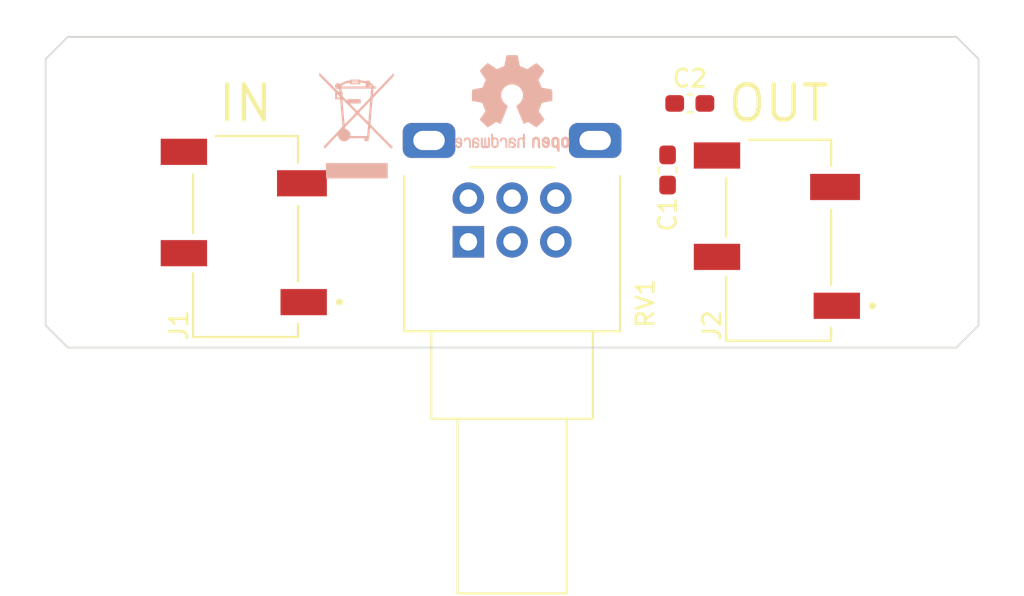
<source format=kicad_pcb>
(kicad_pcb (version 20221018) (generator pcbnew)
  (layers (0 "F.Cu" signal) (31 "B.Cu" signal) (34 "B.Paste" user) (35 "F.Paste" user) (36 "B.SilkS" user "B.Silkscreen") (37 "F.SilkS" user "F.Silkscreen") (38 "B.Mask" user) (39 "F.Mask" user) (44 "Edge.Cuts" user))
  (net 0 "")
  (net 1 "Net-(C1-Pad1)")
  (net 2 "Net-(C1-Pad2)")
  (net 3 "Net-(C2-Pad1)")
  (net 4 "Net-(C2-Pad2)")
  (net 5 "Net-(J1-Pad1)")
  (net 6 "Net-(J1-Pad2)")
  (net 7 "Net-(J1-Pad3)")
  (footprint "project_libraries:CUI_SJ2-35813B-SMT-TR" (layer "F.Cu") (at 118.11 119.59 90)
    (fp_text reference "J2" (at -4.87 -3.81 90) (layer "F.SilkS") (effects (font (size 1.000614 1.000614))))
    (fp_text value "OUT" (at 7.83 0 180) (layer "F.SilkS") (effects (font (size 2 2) (thickness 0.25))))
    (fp_line (start -5.75 -3) (end -2.1 -3) (stroke (width 0.127)) (layer "F.SilkS"))
    (fp_line (start -5.75 3) (end -5.75 -3) (stroke (width 0.127)) (layer "F.SilkS"))
    (fp_line (start -5 3) (end -5.75 3) (stroke (width 0.127)) (layer "F.SilkS"))
    (fp_line (start 0.2 -3) (end 3.55 -3) (stroke (width 0.127)) (layer "F.SilkS"))
    (fp_line (start 1.75 3) (end -2.55 3) (stroke (width 0.127)) (layer "F.SilkS"))
    (fp_line (start 5.75 -1.7) (end 5.75 3) (stroke (width 0.127)) (layer "F.SilkS"))
    (fp_line (start 5.75 3) (end 4.25 3) (stroke (width 0.127)) (layer "F.SilkS"))
    (fp_circle (center -3.75 5.369) (end -3.65 5.369) (stroke (width 0.2)) (fill none) (layer "F.SilkS"))
    (pad "" np_thru_hole circle (at -3.25 0 90) (size 1.5 1.5) (drill 1.5) (layers "*.Cu" "*.Mask"))
    (pad "" np_thru_hole circle (at 2.75 0 90) (size 1.5 1.5) (drill 1.5) (layers "*.Cu" "*.Mask"))
    (pad "1" smd rect (at -3.75 3.325 90) (size 1.5 2.65) (layers "F.Cu" "F.Paste" "F.Mask") (net 5 "Net-(J1-Pad1)"))
    (pad "2" smd rect (at 3.05 3.225 90) (size 1.5 2.85) (layers "F.Cu" "F.Paste" "F.Mask") (net 4 "Net-(C2-Pad2)"))
    (pad "3" smd rect (at -0.95 -3.525 90) (size 1.5 2.65) (layers "F.Cu" "F.Paste" "F.Mask") (net 1 "Net-(C1-Pad1)"))
    (pad "10" smd rect (at 4.85 -3.525 90) (size 1.5 2.65) (layers "F.Cu" "F.Paste" "F.Mask"))
  )
  (footprint "MountingHole:MountingHole_3.2mm_M3_DIN965" (layer "F.Cu") (at 78.74 123.19)
    (fp_text reference "H1")
    (fp_text value "MountingHole")
    (pad "" np_thru_hole circle (at 0 0) (size 3.2 3.2) (drill 3.2) (layers "F&B.Cu" "*.Mask"))
  )
  (footprint "Capacitor_SMD:C_0603_1608Metric_Pad1.08x0.95mm_HandSolder" (layer "F.Cu") (at 111.76 115.57 90)
    (fp_text reference "C1" (at -2.54 0 90) (layer "F.SilkS"))
    (fp_text value "C_Small")
    (fp_line (start -0.146267 -0.51) (end 0.146267 -0.51) (stroke (width 0.12)) (layer "F.SilkS"))
    (fp_line (start -0.146267 0.51) (end 0.146267 0.51) (stroke (width 0.12)) (layer "F.SilkS"))
    (pad "1" smd roundrect (at -0.8625 0 90) (size 1.075 0.95) (layers "F.Cu" "F.Paste" "F.Mask") (net 1 "Net-(C1-Pad1)"))
    (pad "2" smd roundrect (at 0.8625 0 90) (size 1.075 0.95) (layers "F.Cu" "F.Paste" "F.Mask") (net 2 "Net-(C1-Pad2)"))
  )
  (footprint "project_libraries:CUI_SJ2-35813B-SMT-TR" (layer "F.Cu") (at 87.63 119.38 90)
    (fp_text reference "J1" (at -5.08 -3.81 90) (layer "F.SilkS") (effects (font (size 1.000614 1.000614))))
    (fp_text value "IN" (at 7.62 0 180) (layer "F.SilkS") (effects (font (size 2 2) (thickness 0.25))))
    (fp_line (start -5.75 -3) (end -2.1 -3) (stroke (width 0.127)) (layer "F.SilkS"))
    (fp_line (start -5.75 3) (end -5.75 -3) (stroke (width 0.127)) (layer "F.SilkS"))
    (fp_line (start -5 3) (end -5.75 3) (stroke (width 0.127)) (layer "F.SilkS"))
    (fp_line (start 0.2 -3) (end 3.55 -3) (stroke (width 0.127)) (layer "F.SilkS"))
    (fp_line (start 1.75 3) (end -2.55 3) (stroke (width 0.127)) (layer "F.SilkS"))
    (fp_line (start 5.75 -1.7) (end 5.75 3) (stroke (width 0.127)) (layer "F.SilkS"))
    (fp_line (start 5.75 3) (end 4.25 3) (stroke (width 0.127)) (layer "F.SilkS"))
    (fp_circle (center -3.75 5.369) (end -3.65 5.369) (stroke (width 0.2)) (fill none) (layer "F.SilkS"))
    (pad "" np_thru_hole circle (at -3.25 0 90) (size 1.5 1.5) (drill 1.5) (layers "*.Cu" "*.Mask"))
    (pad "" np_thru_hole circle (at 2.75 0 90) (size 1.5 1.5) (drill 1.5) (layers "*.Cu" "*.Mask"))
    (pad "1" smd rect (at -3.75 3.325 90) (size 1.5 2.65) (layers "F.Cu" "F.Paste" "F.Mask") (net 5 "Net-(J1-Pad1)"))
    (pad "2" smd rect (at 3.05 3.225 90) (size 1.5 2.85) (layers "F.Cu" "F.Paste" "F.Mask") (net 6 "Net-(J1-Pad2)"))
    (pad "3" smd rect (at -0.95 -3.525 90) (size 1.5 2.65) (layers "F.Cu" "F.Paste" "F.Mask") (net 7 "Net-(J1-Pad3)"))
    (pad "10" smd rect (at 4.85 -3.525 90) (size 1.5 2.65) (layers "F.Cu" "F.Paste" "F.Mask"))
  )
  (footprint "Capacitor_SMD:C_0603_1608Metric_Pad1.08x0.95mm_HandSolder" (layer "F.Cu") (at 113.03 111.76)
    (fp_text reference "C2" (at 0 -1.43) (layer "F.SilkS"))
    (fp_text value "C_Small")
    (fp_line (start -0.146267 -0.51) (end 0.146267 -0.51) (stroke (width 0.12)) (layer "F.SilkS"))
    (fp_line (start -0.146267 0.51) (end 0.146267 0.51) (stroke (width 0.12)) (layer "F.SilkS"))
    (pad "1" smd roundrect (at -0.8625 0) (size 1.075 0.95) (layers "F.Cu" "F.Paste" "F.Mask") (net 3 "Net-(C2-Pad1)"))
    (pad "2" smd roundrect (at 0.8625 0) (size 1.075 0.95) (layers "F.Cu" "F.Paste" "F.Mask") (net 4 "Net-(C2-Pad2)"))
  )
  (footprint "Potentiometer_THT:Potentiometer_Alps_RK09L_Double_Horizontal" (layer "F.Cu") (at 100.37 119.68 90)
    (fp_text reference "RV1" (at -3.51 10.12 90) (layer "F.SilkS"))
    (fp_text value "R_Potentiometer_Dual")
    (fp_line (start -20.12 5.62) (end -20.12 -0.62) (stroke (width 0.12)) (layer "F.SilkS"))
    (fp_line (start -10.12 -0.62) (end -20.12 -0.62) (stroke (width 0.12)) (layer "F.SilkS"))
    (fp_line (start -10.12 5.62) (end -20.12 5.62) (stroke (width 0.12)) (layer "F.SilkS"))
    (fp_line (start -10.12 7.12) (end -10.12 -2.12) (stroke (width 0.12)) (layer "F.SilkS"))
    (fp_line (start -5.12 -2.12) (end -10.12 -2.12) (stroke (width 0.12)) (layer "F.SilkS"))
    (fp_line (start -5.12 7.12) (end -10.12 7.12) (stroke (width 0.12)) (layer "F.SilkS"))
    (fp_line (start -5.12 8.67) (end -5.12 -3.67) (stroke (width 0.12)) (layer "F.SilkS"))
    (fp_line (start 3.759 -3.67) (end -5.12 -3.67) (stroke (width 0.12)) (layer "F.SilkS"))
    (fp_line (start 3.759 8.67) (end -5.12 8.67) (stroke (width 0.12)) (layer "F.SilkS"))
    (fp_line (start 4.261 4.894) (end 4.261 0.105) (stroke (width 0.12)) (layer "F.SilkS"))
    (pad "1" thru_hole rect (at 0 0 270) (size 1.8 1.8) (drill 1) (layers "*.Cu" "*.Mask") (net 5 "Net-(J1-Pad1)"))
    (pad "2" thru_hole circle (at 0 2.5 270) (size 1.8 1.8) (drill 1) (layers "*.Cu" "*.Mask") (net 3 "Net-(C2-Pad1)"))
    (pad "3" thru_hole circle (at 0 5 270) (size 1.8 1.8) (drill 1) (layers "*.Cu" "*.Mask") (net 6 "Net-(J1-Pad2)"))
    (pad "4" thru_hole circle (at 2.5 0 270) (size 1.8 1.8) (drill 1) (layers "*.Cu" "*.Mask") (net 5 "Net-(J1-Pad1)"))
    (pad "5" thru_hole circle (at 2.5 2.5 270) (size 1.8 1.8) (drill 1) (layers "*.Cu" "*.Mask") (net 2 "Net-(C1-Pad2)"))
    (pad "6" thru_hole circle (at 2.5 5 270) (size 1.8 1.8) (drill 1) (layers "*.Cu" "*.Mask") (net 7 "Net-(J1-Pad3)"))
    (pad "MP" thru_hole roundrect (at 5.8 -2.25 270) (size 2 3) (drill oval 1.1 1.8) (layers "*.Cu" "*.Mask"))
    (pad "MP" thru_hole roundrect (at 5.8 7.25 270) (size 2 3) (drill oval 1.1 1.8) (layers "*.Cu" "*.Mask"))
  )
  (footprint "MountingHole:MountingHole_3.2mm_M3_DIN965" (layer "F.Cu") (at 127 123.19)
    (fp_text reference "H2")
    (fp_text value "MountingHole")
    (pad "" np_thru_hole circle (at 0 0) (size 3.2 3.2) (drill 3.2) (layers "*.Cu" "*.Mask"))
  )
  (footprint "MountingHole:MountingHole_3.2mm_M3_DIN965" (layer "F.Cu") (at 78.74 110.49)
    (fp_text reference "H3")
    (fp_text value "MountingHole")
    (pad "" np_thru_hole circle (at 0 0) (size 3.2 3.2) (drill 3.2) (layers "*.Cu" "*.Mask"))
  )
  (footprint "MountingHole:MountingHole_3.2mm_M3_DIN965" (layer "F.Cu") (at 127 110.49)
    (fp_text reference "H4")
    (fp_text value "MountingHole")
    (pad "" np_thru_hole circle (at 0 0) (size 3.2 3.2) (drill 3.2) (layers "*.Cu" "*.Mask"))
  )
  (footprint "Symbol:OSHW-Logo2_7.3x6mm_SilkScreen" (layer "B.Cu") (at 102.87 111.76 180)
    (fp_text reference "REF**" hide)
    (fp_text value "OSHW-Logo2_7.3x6mm_SilkScreen" hide)
    (fp_poly (pts (xy 2.6526 -1.958752) (xy 2.669948 -1.966334) (xy 2.711356 -1.999128) (xy 2.746765 -2.046547) (xy 2.768664 -2.097151) (xy 2.772229 -2.122098) (xy 2.760279 -2.156927) (xy 2.734067 -2.175357) (xy 2.705964 -2.186516) (xy 2.693095 -2.188572) (xy 2.686829 -2.173649) (xy 2.674456 -2.141175) (xy 2.669028 -2.126502) (xy 2.63859 -2.075744) (xy 2.59452 -2.050427) (xy 2.53801 -2.051206) (xy 2.533825 -2.052203) (xy 2.503655 -2.066507) (xy 2.481476 -2.094393) (xy 2.466327 -2.139287) (xy 2.45725 -2.204615) (xy 2.453286 -2.293804) (xy 2.452914 -2.341261) (xy 2.45273 -2.416071) (xy 2.451522 -2.467069) (xy 2.448309 -2.499471) (xy 2.442109 -2.518495) (xy 2.43194 -2.529356) (xy 2.416819 -2.537272) (xy 2.415946 -2.53767) (xy 2.386828 -2.549981) (xy 2.372403 -2.554514) (xy 2.370186 -2.540809) (xy 2.368289 -2.502925) (xy 2.366847 -2.445715) (xy 2.365998 -2.374027) (xy 2.365829 -2.321565) (xy 2.366692 -2.220047) (xy 2.37007 -2.143032) (xy 2.377142 -2.086023) (xy 2.389088 -2.044526) (xy 2.40709 -2.014043) (xy 2.432327 -1.99008) (xy 2.457247 -1.973355) (xy 2.517171 -1.951097) (xy 2.586911 -1.946076) (xy 2.6526 -1.958752)) (stroke (width 0.01)) (fill solid) (layer "B.SilkS"))
    (fp_poly (pts (xy -1.283907 -1.92778) (xy -1.237328 -1.954723) (xy -1.204943 -1.981466) (xy -1.181258 -2.009484) (xy -1.164941 -2.043748) (xy -1.154661 -2.089227) (xy -1.149086 -2.150892) (xy -1.146884 -2.233711) (xy -1.146629 -2.293246) (xy -1.146629 -2.512391) (xy -1.208314 -2.540044) (xy -1.27 -2.567697) (xy -1.277257 -2.32767) (xy -1.280256 -2.238028) (xy -1.283402 -2.172962) (xy -1.287299 -2.128026) (xy -1.292553 -2.09877) (xy -1.299769 -2.080748) (xy -1.30955 -2.069511) (xy -1.312688 -2.067079) (xy -1.360239 -2.048083) (xy -1.408303 -2.0556) (xy -1.436914 -2.075543) (xy -1.448553 -2.089675) (xy -1.456609 -2.10822) (xy -1.461729 -2.136334) (xy -1.464559 -2.179173) (xy -1.465744 -2.241895) (xy -1.465943 -2.307261) (xy -1.465982 -2.389268) (xy -1.467386 -2.447316) (xy -1.472086 -2.486465) (xy -1.482013 -2.51178) (xy -1.499097 -2.528323) (xy -1.525268 -2.541156) (xy -1.560225 -2.554491) (xy -1.598404 -2.569007) (xy -1.593859 -2.311389) (xy -1.592029 -2.218519) (xy -1.589888 -2.149889) (xy -1.586819 -2.100711) (xy -1.582206 -2.066198) (xy -1.575432 -2.041562) (xy -1.565881 -2.022016) (xy -1.554366 -2.00477) (xy -1.49881 -1.94968) (xy -1.43102 -1.917822) (xy -1.357287 -1.910191) (xy -1.283907 -1.92778)) (stroke (width 0.01)) (fill solid) (layer "B.SilkS"))
    (fp_poly (pts (xy 0.529926 -1.949755) (xy 0.595858 -1.974084) (xy 0.649273 -2.017117) (xy 0.670164 -2.047409) (xy 0.692939 -2.102994) (xy 0.692466 -2.143186) (xy 0.668562 -2.170217) (xy 0.659717 -2.174813) (xy 0.62153 -2.189144) (xy 0.602028 -2.185472) (xy 0.595422 -2.161407) (xy 0.595086 -2.148114) (xy 0.582992 -2.09921) (xy 0.551471 -2.064999) (xy 0.507659 -2.048476) (xy 0.458695 -2.052634) (xy 0.418894 -2.074227) (xy 0.40545 -2.086544) (xy 0.395921 -2.101487) (xy 0.389485 -2.124075) (xy 0.385317 -2.159328) (xy 0.382597 -2.212266) (xy 0.380502 -2.287907) (xy 0.37996 -2.311857) (xy 0.377981 -2.39379) (xy 0.375731 -2.451455) (xy 0.372357 -2.489608) (xy 0.367006 -2.513004) (xy 0.358824 -2.526398) (xy 0.346959 -2.534545) (xy 0.339362 -2.538144) (xy 0.307102 -2.550452) (xy 0.288111 -2.554514) (xy 0.281836 -2.540948) (xy 0.278006 -2.499934) (xy 0.2766 -2.430999) (xy 0.277598 -2.333669) (xy 0.277908 -2.318657) (xy 0.280101 -2.229859) (xy 0.282693 -2.165019) (xy 0.286382 -2.119067) (xy 0.291864 -2.086935) (xy 0.299835 -2.063553) (xy 0.310993 -2.043852) (xy 0.31683 -2.03541) (xy 0.350296 -1.998057) (xy 0.387727 -1.969003) (xy 0.392309 -1.966467) (xy 0.459426 -1.946443) (xy 0.529926 -1.949755)) (stroke (width 0.01)) (fill solid) (layer "B.SilkS"))
    (fp_poly (pts (xy -0.624114 -1.851289) (xy -0.619861 -1.910613) (xy -0.614975 -1.945572) (xy -0.608205 -1.96082) (xy -0.598298 -1.961015) (xy -0.595086 -1.959195) (xy -0.552356 -1.946015) (xy -0.496773 -1.946785) (xy -0.440263 -1.960333) (xy -0.404918 -1.977861) (xy -0.368679 -2.005861) (xy -0.342187 -2.037549) (xy -0.324001 -2.077813) (xy -0.312678 -2.131543) (xy -0.306778 -2.203626) (xy -0.304857 -2.298951) (xy -0.304823 -2.317237) (xy -0.3048 -2.522646) (xy -0.350509 -2.53858) (xy -0.382973 -2.54942) (xy -0.400785 -2.554468) (xy -0.401309 -2.554514) (xy -0.403063 -2.540828) (xy -0.404556 -2.503076) (xy -0.405674 -2.446224) (xy -0.406303 -2.375234) (xy -0.4064 -2.332073) (xy -0.406602 -2.246973) (xy -0.407642 -2.185981) (xy -0.410169 -2.144177) (xy -0.414836 -2.116642) (xy -0.422293 -2.098456) (xy -0.433189 -2.084698) (xy -0.439993 -2.078073) (xy -0.486728 -2.051375) (xy -0.537728 -2.049375) (xy -0.583999 -2.071955) (xy -0.592556 -2.080107) (xy -0.605107 -2.095436) (xy -0.613812 -2.113618) (xy -0.619369 -2.139909) (xy -0.622474 -2.179562) (xy -0.623824 -2.237832) (xy -0.624114 -2.318173) (xy -0.624114 -2.522646) (xy -0.669823 -2.53858) (xy -0.702287 -2.54942) (xy -0.720099 -2.554468) (xy -0.720623 -2.554514) (xy -0.721963 -2.540623) (xy -0.723172 -2.501439) (xy -0.724199 -2.4407) (xy -0.724998 -2.362141) (xy -0.725519 -2.269498) (xy -0.725714 -2.166509) (xy -0.725714 -1.769342) (xy -0.678543 -1.749444) (xy -0.631371 -1.729547) (xy -0.624114 -1.851289)) (stroke (width 0.01)) (fill solid) (layer "B.SilkS"))
    (fp_poly (pts (xy 1.779833 -1.958663) (xy 1.782048 -1.99685) (xy 1.783784 -2.054886) (xy 1.784899 -2.12818) (xy 1.785257 -2.205055) (xy 1.785257 -2.465196) (xy 1.739326 -2.511127) (xy 1.707675 -2.539429) (xy 1.67989 -2.550893) (xy 1.641915 -2.550168) (xy 1.62684 -2.548321) (xy 1.579726 -2.542948) (xy 1.540756 -2.539869) (xy 1.531257 -2.539585) (xy 1.499233 -2.541445) (xy 1.453432 -2.546114) (xy 1.435674 -2.548321) (xy 1.392057 -2.551735) (xy 1.362745 -2.54432) (xy 1.33368 -2.521427) (xy 1.323188 -2.511127) (xy 1.277257 -2.465196) (xy 1.277257 -1.978602) (xy 1.314226 -1.961758) (xy 1.346059 -1.949282) (xy 1.364683 -1.944914) (xy 1.369458 -1.958718) (xy 1.373921 -1.997286) (xy 1.377775 -2.056356) (xy 1.380722 -2.131663) (xy 1.382143 -2.195286) (xy 1.386114 -2.445657) (xy 1.420759 -2.450556) (xy 1.452268 -2.447131) (xy 1.467708 -2.436041) (xy 1.472023 -2.415308) (xy 1.475708 -2.371145) (xy 1.478469 -2.309146) (xy 1.480012 -2.234909) (xy 1.480235 -2.196706) (xy 1.480457 -1.976783) (xy 1.526166 -1.960849) (xy 1.558518 -1.950015) (xy 1.576115 -1.944962) (xy 1.576623 -1.944914) (xy 1.578388 -1.958648) (xy 1.580329 -1.99673) (xy 1.582282 -2.054482) (xy 1.584084 -2.127227) (xy 1.585343 -2.195286) (xy 1.589314 -2.445657) (xy 1.6764 -2.445657) (xy 1.680396 -2.21724) (xy 1.684392 -1.988822) (xy 1.726847 -1.966868) (xy 1.758192 -1.951793) (xy 1.776744 -1.944951) (xy 1.777279 -1.944914) (xy 1.779833 -1.958663)) (stroke (width 0.01)) (fill solid) (layer "B.SilkS"))
    (fp_poly (pts (xy -2.958885 -1.921962) (xy -2.890855 -1.957733) (xy -2.840649 -2.015301) (xy -2.822815 -2.052312) (xy -2.808937 -2.107882) (xy -2.801833 -2.178096) (xy -2.80116 -2.254727) (xy -2.806573 -2.329552) (xy -2.81773 -2.394342) (xy -2.834286 -2.440873) (xy -2.839374 -2.448887) (xy -2.899645 -2.508707) (xy -2.971231 -2.544535) (xy -3.048908 -2.55502) (xy -3.127452 -2.53881) (xy -3.149311 -2.529092) (xy -3.191878 -2.499143) (xy -3.229237 -2.459433) (xy -3.232768 -2.454397) (xy -3.247119 -2.430124) (xy -3.256606 -2.404178) (xy -3.26221 -2.370022) (xy -3.264914 -2.321119) (xy -3.265701 -2.250935) (xy -3.265714 -2.2352) (xy -3.265678 -2.230192) (xy -3.120571 -2.230192) (xy -3.119727 -2.29643) (xy -3.116404 -2.340386) (xy -3.109417 -2.368779) (xy -3.097584 -2.388325) (xy -3.091543 -2.394857) (xy -3.056814 -2.41968) (xy -3.023097 -2.418548) (xy -2.989005 -2.397016) (xy -2.968671 -2.374029) (xy -2.956629 -2.340478) (xy -2.949866 -2.287569) (xy -2.949402 -2.281399) (xy -2.948248 -2.185513) (xy -2.960312 -2.114299) (xy -2.98543 -2.068194) (xy -3.02344 -2.047635) (xy -3.037008 -2.046514) (xy -3.072636 -2.052152) (xy -3.097006 -2.071686) (xy -3.111907 -2.109042) (xy -3.119125 -2.16815) (xy -3.120571 -2.230192) (xy -3.265678 -2.230192) (xy -3.265174 -2.160413) (xy -3.262904 -2.108159) (xy -3.257932 -2.071949) (xy -3.249287 -2.045299) (xy -3.235995 -2.021722) (xy -3.233057 -2.017338) (xy -3.183687 -1.958249) (xy -3.129891 -1.923947) (xy -3.064398 -1.910331) (xy -3.042158 -1.909665) (xy -2.958885 -1.921962)) (stroke (width 0.01)) (fill solid) (layer "B.SilkS"))
    (fp_poly (pts (xy 3.153595 -1.966966) (xy 3.211021 -2.004497) (xy 3.238719 -2.038096) (xy 3.260662 -2.099064) (xy 3.262405 -2.147308) (xy 3.258457 -2.211816) (xy 3.109686 -2.276934) (xy 3.037349 -2.310202) (xy 2.990084 -2.336964) (xy 2.965507 -2.360144) (xy 2.961237 -2.382667) (xy 2.974889 -2.407455) (xy 2.989943 -2.423886) (xy 3.033746 -2.450235) (xy 3.081389 -2.452081) (xy 3.125145 -2.431546) (xy 3.157289 -2.390752) (xy 3.163038 -2.376347) (xy 3.190576 -2.331356) (xy 3.222258 -2.312182) (xy 3.265714 -2.295779) (xy 3.265714 -2.357966) (xy 3.261872 -2.400283) (xy 3.246823 -2.435969) (xy 3.21528 -2.476943) (xy 3.210592 -2.482267) (xy 3.175506 -2.51872) (xy 3.145347 -2.538283) (xy 3.107615 -2.547283) (xy 3.076335 -2.55023) (xy 3.020385 -2.550965) (xy 2.980555 -2.54166) (xy 2.955708 -2.527846) (xy 2.916656 -2.497467) (xy 2.889625 -2.464613) (xy 2.872517 -2.423294) (xy 2.863238 -2.367521) (xy 2.859693 -2.291305) (xy 2.85941 -2.252622) (xy 2.860372 -2.206247) (xy 2.948007 -2.206247) (xy 2.949023 -2.231126) (xy 2.951556 -2.2352) (xy 2.968274 -2.229665) (xy 3.004249 -2.215017) (xy 3.052331 -2.19419) (xy 3.062386 -2.189714) (xy 3.123152 -2.158814) (xy 3.156632 -2.131657) (xy 3.16399 -2.10622) (xy 3.146391 -2.080481) (xy 3.131856 -2.069109) (xy 3.07941 -2.046364) (xy 3.030322 -2.050122) (xy 2.989227 -2.077884) (xy 2.960758 -2.127152) (xy 2.951631 -2.166257) (xy 2.948007 -2.206247) (xy 2.860372 -2.206247) (xy 2.861285 -2.162249) (xy 2.868196 -2.095384) (xy 2.881884 -2.046695) (xy 2.904096 -2.010849) (xy 2.936574 -1.982513) (xy 2.950733 -1.973355) (xy 3.015053 -1.949507) (xy 3.085473 -1.948006) (xy 3.153595 -1.966966)) (stroke (width 0.01)) (fill solid) (layer "B.SilkS"))
    (fp_poly (pts (xy 1.190117 -2.065358) (xy 1.189933 -2.173837) (xy 1.189219 -2.257287) (xy 1.187675 -2.319704) (xy 1.185001 -2.365085) (xy 1.180894 -2.397429) (xy 1.175055 -2.420733) (xy 1.167182 -2.438995) (xy 1.161221 -2.449418) (xy 1.111855 -2.505945) (xy 1.049264 -2.541377) (xy 0.980013 -2.55409) (xy 0.910668 -2.542463) (xy 0.869375 -2.521568) (xy 0.826025 -2.485422) (xy 0.796481 -2.441276) (xy 0.778655 -2.383462) (xy 0.770463 -2.306313) (xy 0.769302 -2.249714) (xy 0.769458 -2.245647) (xy 0.870857 -2.245647) (xy 0.871476 -2.31055) (xy 0.874314 -2.353514) (xy 0.88084 -2.381622) (xy 0.892523 -2.401953) (xy 0.906483 -2.417288) (xy 0.953365 -2.44689) (xy 1.003701 -2.449419) (xy 1.051276 -2.424705) (xy 1.054979 -2.421356) (xy 1.070783 -2.403935) (xy 1.080693 -2.383209) (xy 1.086058 -2.352362) (xy 1.088228 -2.304577) (xy 1.088571 -2.251748) (xy 1.087827 -2.185381) (xy 1.084748 -2.141106) (xy 1.078061 -2.112009) (xy 1.066496 -2.091173) (xy 1.057013 -2.080107) (xy 1.01296 -2.052198) (xy 0.962224 -2.048843) (xy 0.913796 -2.070159) (xy 0.90445 -2.078073) (xy 0.88854 -2.095647) (xy 0.87861 -2.116587) (xy 0.873278 -2.147782) (xy 0.871163 -2.196122) (xy 0.870857 -2.245647) (xy 0.769458 -2.245647) (xy 0.77281 -2.158568) (xy 0.784726 -2.090086) (xy 0.807135 -2.0386) (xy 0.842124 -1.998443) (xy 0.869375 -1.977861) (xy 0.918907 -1.955625) (xy 0.976316 -1.945304) (xy 1.029682 -1.948067) (xy 1.059543 -1.959212) (xy 1.071261 -1.962383) (xy 1.079037 -1.950557) (xy 1.084465 -1.918866) (xy 1.088571 -1.870593) (xy 1.093067 -1.816829) (xy 1.099313 -1.784482) (xy 1.110676 -1.765985) (xy 1.130528 -1.75377) (xy 1.143 -1.748362) (xy 1.190171 -1.728601) (xy 1.190117 -2.065358)) (stroke (width 0.01)) (fill solid) (layer "B.SilkS"))
    (fp_poly (pts (xy -1.831697 -1.931239) (xy -1.774473 -1.969735) (xy -1.730251 -2.025335) (xy -1.703833 -2.096086) (xy -1.69849 -2.148162) (xy -1.699097 -2.169893) (xy -1.704178 -2.186531) (xy -1.718145 -2.201437) (xy -1.745411 -2.217973) (xy -1.790388 -2.239498) (xy -1.857489 -2.269374) (xy -1.857829 -2.269524) (xy -1.919593 -2.297813) (xy -1.970241 -2.322933) (xy -2.004596 -2.342179) (xy -2.017482 -2.352848) (xy -2.017486 -2.352934) (xy -2.006128 -2.376166) (xy -1.979569 -2.401774) (xy -1.949077 -2.420221) (xy -1.93363 -2.423886) (xy -1.891485 -2.411212) (xy -1.855192 -2.379471) (xy -1.837483 -2.344572) (xy -1.820448 -2.318845) (xy -1.787078 -2.289546) (xy -1.747851 -2.264235) (xy -1.713244 -2.250471) (xy -1.706007 -2.249714) (xy -1.697861 -2.26216) (xy -1.69737 -2.293972) (xy -1.703357 -2.336866) (xy -1.714643 -2.382558) (xy -1.73005 -2.422761) (xy -1.730829 -2.424322) (xy -1.777196 -2.489062) (xy -1.837289 -2.533097) (xy -1.905535 -2.554711) (xy -1.976362 -2.552185) (xy -2.044196 -2.523804) (xy -2.047212 -2.521808) (xy -2.100573 -2.473448) (xy -2.13566 -2.410352) (xy -2.155078 -2.327387) (xy -2.157684 -2.304078) (xy -2.162299 -2.194055) (xy -2.156767 -2.142748) (xy -2.017486 -2.142748) (xy -2.015676 -2.174753) (xy -2.005778 -2.184093) (xy -1.981102 -2.177105) (xy -1.942205 -2.160587) (xy -1.898725 -2.139881) (xy -1.897644 -2.139333) (xy -1.860791 -2.119949) (xy -1.846 -2.107013) (xy -1.849647 -2.093451) (xy -1.865005 -2.075632) (xy -1.904077 -2.049845) (xy -1.946154 -2.04795) (xy -1.983897 -2.066717) (xy -2.009966 -2.102915) (xy -2.017486 -2.142748) (xy -2.156767 -2.142748) (xy -2.152806 -2.106027) (xy -2.12845 -2.036212) (xy -2.094544 -1.987302) (xy -2.033347 -1.937878) (xy -1.965937 -1.913359) (xy -1.89712 -1.911797) (xy -1.831697 -1.931239)) (stroke (width 0.01)) (fill solid) (layer "B.SilkS"))
    (fp_poly (pts (xy 0.039744 -1.950968) (xy 0.096616 -1.972087) (xy 0.097267 -1.972493) (xy 0.13244 -1.99838) (xy 0.158407 -2.028633) (xy 0.17667 -2.068058) (xy 0.188732 -2.121462) (xy 0.196096 -2.193651) (xy 0.200264 -2.289432) (xy 0.200629 -2.303078) (xy 0.205876 -2.508842) (xy 0.161716 -2.531678) (xy 0.129763 -2.54711) (xy 0.11047 -2.554423) (xy 0.109578 -2.554514) (xy 0.106239 -2.541022) (xy 0.103587 -2.504626) (xy 0.101956 -2.451452) (xy 0.1016 -2.408393) (xy 0.101592 -2.338641) (xy 0.098403 -2.294837) (xy 0.087288 -2.273944) (xy 0.063501 -2.272925) (xy 0.022296 -2.288741) (xy -0.039914 -2.317815) (xy -0.085659 -2.341963) (xy -0.109187 -2.362913) (xy -0.116104 -2.385747) (xy -0.116114 -2.386877) (xy -0.104701 -2.426212) (xy -0.070908 -2.447462) (xy -0.019191 -2.450539) (xy 0.018061 -2.450006) (xy 0.037703 -2.460735) (xy 0.049952 -2.486505) (xy 0.057002 -2.519337) (xy 0.046842 -2.537966) (xy 0.043017 -2.540632) (xy 0.007001 -2.55134) (xy -0.043434 -2.552856) (xy -0.095374 -2.545759) (xy -0.132178 -2.532788) (xy -0.183062 -2.489585) (xy -0.211986 -2.429446) (xy -0.217714 -2.382462) (xy -0.213343 -2.340082) (xy -0.197525 -2.305488) (xy -0.166203 -2.274763) (xy -0.115322 -2.24399) (xy -0.040824 -2.209252) (xy -0.036286 -2.207288) (xy 0.030821 -2.176287) (xy 0.072232 -2.150862) (xy 0.089981 -2.128014) (xy 0.086107 -2.104745) (xy 0.062643 -2.078056) (xy 0.055627 -2.071914) (xy 0.00863 -2.0481) (xy -0.040067 -2.049103) (xy -0.082478 -2.072451) (xy -0.110616 -2.115675) (xy -0.113231 -2.12416) (xy -0.138692 -2.165308) (xy -0.170999 -2.185128) (xy -0.217714 -2.20477) (xy -0.217714 -2.15395) (xy -0.203504 -2.080082) (xy -0.161325 -2.012327) (xy -0.139376 -1.989661) (xy -0.089483 -1.960569) (xy -0.026033 -1.9474) (xy 0.039744 -1.950968)) (stroke (width 0.01)) (fill solid) (layer "B.SilkS"))
    (fp_poly (pts (xy -2.400256 -1.919918) (xy -2.344799 -1.947568) (xy -2.295852 -1.99848) (xy -2.282371 -2.017338) (xy -2.267686 -2.042015) (xy -2.258158 -2.068816) (xy -2.252707 -2.104587) (xy -2.250253 -2.156169) (xy -2.249714 -2.224267) (xy -2.252148 -2.317588) (xy -2.260606 -2.387657) (xy -2.276826 -2.439931) (xy -2.302546 -2.479869) (xy -2.339503 -2.512929) (xy -2.342218 -2.514886) (xy -2.37864 -2.534908) (xy -2.422498 -2.544815) (xy -2.478276 -2.547257) (xy -2.568952 -2.547257) (xy -2.56899 -2.635283) (xy -2.569834 -2.684308) (xy -2.574976 -2.713065) (xy -2.588413 -2.730311) (xy -2.614142 -2.744808) (xy -2.620321 -2.747769) (xy -2.649236 -2.761648) (xy -2.671624 -2.770414) (xy -2.688271 -2.771171) (xy -2.699964 -2.761023) (xy -2.70749 -2.737073) (xy -2.711634 -2.696426) (xy -2.713185 -2.636186) (xy -2.712929 -2.553455) (xy -2.711651 -2.445339) (xy -2.711252 -2.413) (xy -2.709815 -2.301524) (xy -2.708528 -2.228603) (xy -2.569029 -2.228603) (xy -2.568245 -2.290499) (xy -2.56476 -2.330997) (xy -2.556876 -2.357708) (xy -2.542895 -2.378244) (xy -2.533403 -2.38826) (xy -2.494596 -2.417567) (xy -2.460237 -2.419952) (xy -2.424784 -2.39575) (xy -2.423886 -2.394857) (xy -2.409461 -2.376153) (xy -2.400687 -2.350732) (xy -2.396261 -2.311584) (xy -2.394882 -2.251697) (xy -2.394857 -2.23843) (xy -2.398188 -2.155901) (xy -2.409031 -2.098691) (xy -2.42866 -2.063766) (xy -2.45835 -2.048094) (xy -2.475509 -2.046514) (xy -2.516234 -2.053926) (xy -2.544168 -2.07833) (xy -2.560983 -2.12298) (xy -2.56835 -2.19113) (xy -2.569029 -2.228603) (xy -2.708528 -2.228603) (xy -2.708292 -2.215245) (xy -2.706323 -2.150333) (xy -2.70355 -2.102958) (xy -2.699612 -2.06929) (xy -2.694151 -2.045498) (xy -2.686808 -2.027753) (xy -2.677223 -2.012224) (xy -2.673113 -2.006381) (xy -2.618595 -1.951185) (xy -2.549664 -1.91989) (xy -2.469928 -1.911165) (xy -2.400256 -1.919918)) (stroke (width 0.01)) (fill solid) (layer "B.SilkS"))
    (fp_poly (pts (xy 2.144876 -1.956335) (xy 2.186667 -1.975344) (xy 2.219469 -1.998378) (xy 2.243503 -2.024133) (xy 2.260097 -2.057358) (xy 2.270577 -2.1028) (xy 2.276271 -2.165207) (xy 2.278507 -2.249327) (xy 2.278743 -2.304721) (xy 2.278743 -2.520826) (xy 2.241774 -2.53767) (xy 2.212656 -2.549981) (xy 2.198231 -2.554514) (xy 2.195472 -2.541025) (xy 2.193282 -2.504653) (xy 2.191942 -2.451542) (xy 2.191657 -2.409372) (xy 2.190434 -2.348447) (xy 2.187136 -2.300115) (xy 2.182321 -2.270518) (xy 2.178496 -2.264229) (xy 2.152783 -2.270652) (xy 2.112418 -2.287125) (xy 2.065679 -2.309458) (xy 2.020845 -2.333457) (xy 1.986193 -2.35493) (xy 1.970002 -2.369685) (xy 1.969938 -2.369845) (xy 1.97133 -2.397152) (xy 1.983818 -2.423219) (xy 2.005743 -2.444392) (xy 2.037743 -2.451474) (xy 2.065092 -2.450649) (xy 2.103826 -2.450042) (xy 2.124158 -2.459116) (xy 2.136369 -2.483092) (xy 2.137909 -2.487613) (xy 2.143203 -2.521806) (xy 2.129047 -2.542568) (xy 2.092148 -2.552462) (xy 2.052289 -2.554292) (xy 1.980562 -2.540727) (xy 1.943432 -2.521355) (xy 1.897576 -2.475845) (xy 1.873256 -2.419983) (xy 1.871073 -2.360957) (xy 1.891629 -2.305953) (xy 1.922549 -2.271486) (xy 1.95342 -2.252189) (xy 2.001942 -2.227759) (xy 2.058485 -2.202985) (xy 2.06791 -2.199199) (xy 2.130019 -2.171791) (xy 2.165822 -2.147634) (xy 2.177337 -2.123619) (xy 2.16658 -2.096635) (xy 2.148114 -2.075543) (xy 2.104469 -2.049572) (xy 2.056446 -2.047624) (xy 2.012406 -2.067637) (xy 1.980709 -2.107551) (xy 1.976549 -2.117848) (xy 1.952327 -2.155724) (xy 1.916965 -2.183842) (xy 1.872343 -2.206917) (xy 1.872343 -2.141485) (xy 1.874969 -2.101506) (xy 1.88623 -2.069997) (xy 1.911199 -2.036378) (xy 1.935169 -2.010484) (xy 1.972441 -1.973817) (xy 2.001401 -1.954121) (xy 2.032505 -1.94622) (xy 2.067713 -1.944914) (xy 2.144876 -1.956335)) (stroke (width 0.01)) (fill solid) (layer "B.SilkS"))
    (fp_poly (pts (xy 0.10391 2.757652) (xy 0.182454 2.757222) (xy 0.239298 2.756058) (xy 0.278105 2.753793) (xy 0.302538 2.75006) (xy 0.316262 2.744494) (xy 0.32294 2.736727) (xy 0.326236 2.726395) (xy 0.326556 2.725057) (xy 0.331562 2.700921) (xy 0.340829 2.653299) (xy 0.353392 2.587259) (xy 0.368287 2.507872) (xy 0.384551 2.420204) (xy 0.385119 2.417125) (xy 0.40141 2.331211) (xy 0.416652 2.255304) (xy 0.429861 2.193955) (xy 0.440054 2.151718) (xy 0.446248 2.133145) (xy 0.446543 2.132816) (xy 0.464788 2.123747) (xy 0.502405 2.108633) (xy 0.551271 2.090738) (xy 0.551543 2.090642) (xy 0.613093 2.067507) (xy 0.685657 2.038035) (xy 0.754057 2.008403) (xy 0.757294 2.006938) (xy 0.868702 1.956374) (xy 1.115399 2.12484) (xy 1.191077 2.176197) (xy 1.259631 2.222111) (xy 1.317088 2.25997) (xy 1.359476 2.287163) (xy 1.382825 2.301079) (xy 1.385042 2.302111) (xy 1.40201 2.297516) (xy 1.433701 2.275345) (xy 1.481352 2.234553) (xy 1.546198 2.174095) (xy 1.612397 2.109773) (xy 1.676214 2.046388) (xy 1.733329 1.988549) (xy 1.780305 1.939825) (xy 1.813703 1.90379) (xy 1.830085 1.884016) (xy 1.830694 1.882998) (xy 1.832505 1.869428) (xy 1.825683 1.847267) (xy 1.80854 1.813522) (xy 1.779393 1.7652) (xy 1.736555 1.699308) (xy 1.679448 1.614483) (xy 1.628766 1.539823) (xy 1.583461 1.47286) (xy 1.54615 1.417484) (xy 1.519452 1.37758) (xy 1.505985 1.357038) (xy 1.505137 1.355644) (xy 1.506781 1.335962) (xy 1.519245 1.297707) (xy 1.540048 1.248111) (xy 1.547462 1.232272) (xy 1.579814 1.16171) (xy 1.614328 1.081647) (xy 1.642365 1.012371) (xy 1.662568 0.960955) (xy 1.678615 0.921881) (xy 1.687888 0.901459) (xy 1.689041 0.899886) (xy 1.706096 0.897279) (xy 1.746298 0.890137) (xy 1.804302 0.879477) (xy 1.874763 0.866315) (xy 1.952335 0.851667) (xy 2.031672 0.836551) (xy 2.107431 0.821982) (xy 2.174264 0.808978) (xy 2.226828 0.798555) (xy 2.259776 0.79173) (xy 2.267857 0.789801) (xy 2.276205 0.785038) (xy 2.282506 0.774282) (xy 2.287045 0.753902) (xy 2.290104 0.720266) (xy 2.291967 0.669745) (xy 2.292918 0.598708) (xy 2.29324 0.503524) (xy 2.293257 0.464508) (xy 2.293257 0.147201) (xy 2.217057 0.132161) (xy 2.174663 0.124005) (xy 2.1114 0.112101) (xy 2.034962 0.097884) (xy 1.953043 0.08279) (xy 1.9304 0.078645) (xy 1.854806 0.063947) (xy 1.788953 0.049495) (xy 1.738366 0.036625) (xy 1.708574 0.026678) (xy 1.703612 0.023713) (xy 1.691426 0.002717) (xy 1.673953 -0.037967) (xy 1.654577 -0.090322) (xy 1.650734 -0.1016) (xy 1.625339 -0.171523) (xy 1.593817 -0.250418) (xy 1.562969 -0.321266) (xy 1.562817 -0.321595) (xy 1.511447 -0.432733) (xy 1.680399 -0.681253) (xy 1.849352 -0.929772) (xy 1.632429 -1.147058) (xy 1.566819 -1.211726) (xy 1.506979 -1.268733) (xy 1.456267 -1.315033) (xy 1.418046 -1.347584) (xy 1.395675 -1.363343) (xy 1.392466 -1.364343) (xy 1.373626 -1.356469) (xy 1.33518 -1.334578) (xy 1.28133 -1.301267) (xy 1.216276 -1.259131) (xy 1.14594 -1.211943) (xy 1.074555 -1.16381) (xy 1.010908 -1.121928) (xy 0.959041 -1.088871) (xy 0.922995 -1.067218) (xy 0.906867 -1.059543) (xy 0.887189 -1.066037) (xy 0.849875 -1.08315) (xy 0.802621 -1.107326) (xy 0.797612 -1.110013) (xy 0.733977 -1.141927) (xy 0.690341 -1.157579) (xy 0.663202 -1.157745) (xy 0.649057 -1.143204) (xy 0.648975 -1.143) (xy 0.641905 -1.125779) (xy 0.625042 -1.084899) (xy 0.599695 -1.023525) (xy 0.567171 -0.944819) (xy 0.528778 -0.851947) (xy 0.485822 -0.748072) (xy 0.444222 -0.647502) (xy 0.398504 -0.536516) (xy 0.356526 -0.433703) (xy 0.319548 -0.342215) (xy 0.288827 -0.265201) (xy 0.265622 -0.205815) (xy 0.25119 -0.167209) (xy 0.246743 -0.1528) (xy 0.257896 -0.136272) (xy 0.287069 -0.10993) (xy 0.325971 -0.080887) (xy 0.436757 0.010961) (xy 0.523351 0.116241) (xy 0.584716 0.232734) (xy 0.619815 0.358224) (xy 0.627608 0.490493) (xy 0.621943 0.551543) (xy 0.591078 0.678205) (xy 0.53792 0.790059) (xy 0.465767 0.885999) (xy 0.377917 0.964924) (xy 0.277665 1.02573) (xy 0.16831 1.067313) (xy 0.053147 1.088572) (xy -0.064525 1.088401) (xy -0.18141 1.065699) (xy -0.294211 1.019362) (xy -0.399631 0.948287) (xy -0.443632 0.908089) (xy -0.528021 0.804871) (xy -0.586778 0.692075) (xy -0.620296 0.57299) (xy -0.628965 0.450905) (xy -0.613177 0.329107) (xy -0.573322 0.210884) (xy -0.509793 0.099525) (xy -0.422979 -0.001684) (xy -0.325971 -0.080887) (xy -0.285563 -0.111162) (xy -0.257018 -0.137219) (xy -0.246743 -0.152825) (xy -0.252123 -0.169843) (xy -0.267425 -0.2105) (xy -0.291388 -0.271642) (xy -0.322756 -0.350119) (xy -0.360268 -0.44278) (xy -0.402667 -0.546472) (xy -0.444337 -0.647526) (xy -0.49031 -0.758607) (xy -0.532893 -0.861541) (xy -0.570779 -0.953165) (xy -0.60266 -1.030316) (xy -0.627229 -1.089831) (xy -0.64318 -1.128544) (xy -0.64909 -1.143) (xy -0.663052 -1.157685) (xy -0.69006 -1.157642) (xy -0.733587 -1.142099) (xy -0.79711 -1.110284) (xy -0.797612 -1.110013) (xy -0.84544 -1.085323) (xy -0.884103 -1.067338) (xy -0.905905 -1.059614) (xy -0.906867 -1.059543) (xy -0.923279 -1.067378) (xy -0.959513 -1.089165) (xy -1.011526 -1.122328) (xy -1.075275 -1.164291) (xy -1.14594 -1.211943) (xy -1.217884 -1.260191) (xy -1.282726 -1.302151) (xy -1.336265 -1.335227) (xy -1.374303 -1.356821) (xy -1.392467 -1.364343) (xy -1.409192 -1.354457) (xy -1.44282 -1.326826) (xy -1.48999 -1.284495) (xy -1.547342 -1.230505) (xy -1.611516 -1.167899) (xy -1.632503 -1.146983) (xy -1.849501 -0.929623) (xy -1.684332 -0.68722) (xy -1.634136 -0.612781) (xy -1.590081 -0.545972) (xy -1.554638 -0.490665) (xy -1.530281 -0.450729) (xy -1.519478 -0.430036) (xy -1.519162 -0.428563) (xy -1.524857 -0.409058) (xy -1.540174 -0.369822) (xy -1.562463 -0.31743) (xy -1.578107 -0.282355) (xy -1.607359 -0.215201) (xy -1.634906 -0.147358) (xy -1.656263 -0.090034) (xy -1.662065 -0.072572) (xy -1.678548 -0.025938) (xy -1.69466 0.010095) (xy -1.70351 0.023713) (xy -1.72304 0.032048) (xy -1.765666 0.043863) (xy -1.825855 0.057819) (xy -1.898078 0.072578) (xy -1.9304 0.078645) (xy -2.012478 0.093727) (xy -2.091205 0.108331) (xy -2.158891 0.12102) (xy -2.20784 0.130358) (xy -2.217057 0.132161) (xy -2.293257 0.147201) (xy -2.293257 0.464508) (xy -2.293086 0.568846) (xy -2.292384 0.647787) (xy -2.290866 0.704962) (xy -2.288251 0.744001) (xy -2.284254 0.768535) (xy -2.278591 0.782195) (xy -2.27098 0.788611) (xy -2.267857 0.789801) (xy -2.249022 0.79402) (xy -2.207412 0.802438) (xy -2.14837 0.814039) (xy -2.077243 0.827805) (xy -1.999375 0.84272) (xy -1.920113 0.857768) (xy -1.844802 0.871931) (xy -1.778787 0.884194) (xy -1.727413 0.893539) (xy -1.696025 0.89895) (xy -1.689041 0.899886) (xy -1.682715 0.912404) (xy -1.66871 0.945754) (xy -1.649645 0.993623) (xy -1.642366 1.012371) (xy -1.613004 1.084805) (xy -1.578429 1.16483) (xy -1.547463 1.232272) (xy -1.524677 1.283841) (xy -1.509518 1.326215) (xy -1.504458 1.352166) (xy -1.505264 1.355644) (xy -1.515959 1.372064) (xy -1.54038 1.408583) (xy -1.575905 1.461313) (xy -1.619913 1.526365) (xy -1.669783 1.599849) (xy -1.679644 1.614355) (xy -1.737508 1.700296) (xy -1.780044 1.765739) (xy -1.808946 1.813696) (xy -1.82591 1.84718) (xy -1.832633 1.869205) (xy -1.83081 1.882783) (xy -1.830764 1.882869) (xy -1.816414 1.900703) (xy -1.784677 1.935183) (xy -1.73899 1.982732) (xy -1.682796 2.039778) (xy -1.619532 2.102745) (xy -1.612398 2.109773) (xy -1.53267 2.18698) (xy -1.471143 2.24367) (xy -1.426579 2.28089) (xy -1.397743 2.299685) (xy -1.385042 2.302111) (xy -1.366506 2.291529) (xy -1.328039 2.267084) (xy -1.273614 2.231388) (xy -1.207202 2.187053) (xy -1.132775 2.136689) (xy -1.115399 2.12484) (xy -0.868703 1.956374) (xy -0.757294 2.006938) (xy -0.689543 2.036405) (xy -0.616817 2.066041) (xy -0.554297 2.08967) (xy -0.551543 2.090642) (xy -0.50264 2.108543) (xy -0.464943 2.12368) (xy -0.446575 2.13279) (xy -0.446544 2.132816) (xy -0.440715 2.149283) (xy -0.430808 2.189781) (xy -0.417805 2.249758) (xy -0.402691 2.32466) (xy -0.386448 2.409936) (xy -0.385119 2.417125) (xy -0.368825 2.504986) (xy -0.353867 2.58474) (xy -0.341209 2.651319) (xy -0.331814 2.699653) (xy -0.326646 2.724675) (xy -0.326556 2.725057) (xy -0.323411 2.735701) (xy -0.317296 2.743738) (xy -0.304547 2.749533) (xy -0.2815 2.753453) (xy -0.244491 2.755865) (xy -0.189856 2.757135) (xy -0.113933 2.757629) (xy -0.013056 2.757714) (xy 0 2.757714) (xy 0.10391 2.757652)) (stroke (width 0.01)) (fill solid) (layer "B.SilkS"))
  )
  (footprint "Symbol:WEEE-Logo_4.2x6mm_SilkScreen" (layer "B.Cu") (at 93.98 113.03 180)
    (fp_text reference "REF**" hide)
    (fp_text value "WEEE-Logo_4.2x6mm_SilkScreen" hide)
    (fp_poly (pts (xy 1.747822 -3.017822) (xy -1.772971 -3.017822) (xy -1.772971 -2.150198) (xy 1.747822 -2.150198) (xy 1.747822 -3.017822)) (stroke (width 0.01)) (fill solid) (layer "B.SilkS"))
    (fp_poly (pts (xy 2.12443 2.935152) (xy 2.123811 2.848069) (xy 1.672086 2.389109) (xy 1.220361 1.930148) (xy 1.220032 1.719529) (xy 1.219703 1.508911) (xy 0.94461 1.508911) (xy 0.937522 1.45547) (xy 0.934838 1.431112) (xy 0.930313 1.385241) (xy 0.924191 1.320595) (xy 0.916712 1.239909) (xy 0.908119 1.145919) (xy 0.898654 1.041363) (xy 0.888558 0.928975) (xy 0.878074 0.811493) (xy 0.867444 0.691652) (xy 0.856909 0.572189) (xy 0.846713 0.455841) (xy 0.837095 0.345343) (xy 0.8283 0.243431) (xy 0.820568 0.152842) (xy 0.814142 0.076313) (xy 0.809263 0.016579) (xy 0.806175 -0.023624) (xy 0.805117 -0.041559) (xy 0.805118 -0.041644) (xy 0.812827 -0.056035) (xy 0.835981 -0.085748) (xy 0.874895 -0.131131) (xy 0.929884 -0.192529) (xy 1.001264 -0.270288) (xy 1.089349 -0.364754) (xy 1.194454 -0.476272) (xy 1.316895 -0.605188) (xy 1.35131 -0.641287) (xy 1.897137 -1.213416) (xy 1.808881 -1.301436) (xy 1.737485 -1.223758) (xy 1.711366 -1.195686) (xy 1.670566 -1.152274) (xy 1.617777 -1.096366) (xy 1.555691 -1.030808) (xy 1.487 -0.958441) (xy 1.414396 -0.882112) (xy 1.37096 -0.836524) (xy 1.289416 -0.751119) (xy 1.223504 -0.68271) (xy 1.171544 -0.630053) (xy 1.131855 -0.591905) (xy 1.102757 -0.56702) (xy 1.082569 -0.554156) (xy 1.06961 -0.552068) (xy 1.0622 -0.559513) (xy 1.058658 -0.575246) (xy 1.057303 -0.598023) (xy 1.057121 -0.604239) (xy 1.047703 -0.647061) (xy 1.024497 -0.698819) (xy 0.992136 -0.751328) (xy 0.955252 -0.796403) (xy 0.940493 -0.810328) (xy 0.864767 -0.859047) (xy 0.776308 -0.886306) (xy 0.6981 -0.892773) (xy 0.609468 -0.880576) (xy 0.527612 -0.844813) (xy 0.455164 -0.786722) (xy 0.441797 -0.772262) (xy 0.392918 -0.716733) (xy -0.452674 -0.716733) (xy -0.452674 -0.892773) (xy -0.67901 -0.892773) (xy -0.67901 -0.810531) (xy -0.68185 -0.754386) (xy -0.691393 -0.715416) (xy -0.702991 -0.694219) (xy -0.711277 -0.679052) (xy -0.718373 -0.657062) (xy -0.724748 -0.624987) (xy -0.730872 -0.579569) (xy -0.737216 -0.517548) (xy -0.74425 -0.435662) (xy -0.749066 -0.374746) (xy -0.771161 -0.089343) (xy -1.313565 -0.638805) (xy -1.411637 -0.738228) (xy -1.505784 -0.833815) (xy -1.594285 -0.92381) (xy -1.67542 -1.006457) (xy -1.747469 -1.080001) (xy -1.808712 -1.142684) (xy -1.857427 -1.192752) (xy -1.891896 -1.228448) (xy -1.910379 -1.247995) (xy -1.940743 -1.278944) (xy -1.966071 -1.30053) (xy -1.979695 -1.307723) (xy -1.997095 -1.299297) (xy -2.02246 -1.278245) (xy -2.031058 -1.269671) (xy -2.067514 -1.23162) (xy -1.866802 -1.027658) (xy -1.815596 -0.975699) (xy -1.749569 -0.90882) (xy -1.671618 -0.82995) (xy -1.584638 -0.742014) (xy -1.491526 -0.647941) (xy -1.395179 -0.550658) (xy -1.298492 -0.453093) (xy -1.229134 -0.383145) (xy -1.123703 -0.27655) (xy -1.035129 -0.186307) (xy -0.962281 -0.111192) (xy -0.904023 -0.049986) (xy -0.859225 -0.001466) (xy -0.837021 0.023871) (xy -0.658724 0.023871) (xy -0.636401 -0.261555) (xy -0.629669 -0.345219) (xy -0.623157 -0.421727) (xy -0.617234 -0.487081) (xy -0.612268 -0.537281) (xy -0.608629 -0.568329) (xy -0.607458 -0.575273) (xy -0.600838 -0.603565) (xy 0.348636 -0.603565) (xy 0.354974 -0.524606) (xy 0.37411 -0.431315) (xy 0.414154 -0.348791) (xy 0.472582 -0.280038) (xy 0.546871 -0.228063) (xy 0.630252 -0.196863) (xy 0.657302 -0.182228) (xy 0.670844 -0.150819) (xy 0.671128 -0.149434) (xy 0.672753 -0.136174) (xy 0.670744 -0.122595) (xy 0.663142 -0.106181) (xy 0.647984 -0.084411) (xy 0.623312 -0.054767) (xy 0.587164 -0.014732) (xy 0.53758 0.038215) (xy 0.472599 0.106591) (xy 0.468401 0.110995) (xy 0.398507 0.184389) (xy 0.3242 0.262563) (xy 0.250586 0.340136) (xy 0.182771 0.411725) (xy 0.12586 0.471949) (xy 0.113168 0.485413) (xy 0.064513 0.53618) (xy 0.021291 0.579625) (xy -0.013395 0.612759) (xy -0.036444 0.632595) (xy -0.044182 0.636954) (xy -0.055722 0.62783) (xy -0.08271 0.6028) (xy -0.123021 0.563948) (xy -0.174529 0.513357) (xy -0.235109 0.453112) (xy -0.302636 0.385296) (xy -0.357826 0.329435) (xy -0.658724 0.023871) (xy -0.837021 0.023871) (xy -0.826751 0.035589) (xy -0.805471 0.062401) (xy -0.794251 0.080192) (xy -0.791754 0.08843) (xy -0.7927 0.10641) (xy -0.795573 0.147108) (xy -0.800187 0.208181) (xy -0.806358 0.287287) (xy -0.813898 0.382086) (xy -0.822621 0.490233) (xy -0.832343 0.609388) (xy -0.842876 0.737209) (xy -0.851365 0.839365) (xy -0.899396 1.415326) (xy -0.775805 1.415326) (xy -0.775273 1.402896) (xy -0.772769 1.36789) (xy -0.768496 1.312785) (xy -0.762653 1.240057) (xy -0.755443 1.152186) (xy -0.747066 1.051649) (xy -0.737723 0.940923) (xy -0.728758 0.835795) (xy -0.718602 0.716517) (xy -0.709142 0.60392) (xy -0.700596 0.500695) (xy -0.693179 0.409527) (xy -0.687108 0.333105) (xy -0.682601 0.274117) (xy -0.679873 0.235251) (xy -0.679116 0.220156) (xy -0.677935 0.210762) (xy -0.673256 0.207034) (xy -0.663276 0.210529) (xy -0.64619 0.222801) (xy -0.620196 0.245406) (xy -0.58349 0.2799) (xy -0.534267 0.327838) (xy -0.470726 0.390776) (xy -0.403305 0.458032) (xy -0.127601 0.733523) (xy -0.129533 0.735594) (xy 0.05271 0.735594) (xy 0.061016 0.72422) (xy 0.084267 0.697437) (xy 0.120135 0.657708) (xy 0.166287 0.607493) (xy 0.220394 0.549254) (xy 0.280126 0.485453) (xy 0.343152 0.418551) (xy 0.407142 0.35101) (xy 0.469764 0.28529) (xy 0.52869 0.223854) (xy 0.581588 0.169163) (xy 0.626128 0.123678) (xy 0.65998 0.089862) (xy 0.680812 0.070174) (xy 0.686494 0.066163) (xy 0.688366 0.079109) (xy 0.692254 0.114866) (xy 0.697943 0.171196) (xy 0.705219 0.24586) (xy 0.713869 0.33662) (xy 0.723678 0.441238) (xy 0.734434 0.557474) (xy 0.745921 0.683092) (xy 0.755093 0.784382) (xy 0.766826 0.915721) (xy 0.777665 1.039448) (xy 0.78743 1.153319) (xy 0.795937 1.255089) (xy 0.803005 1.342513) (xy 0.808451 1.413347) (xy 0.812092 1.465347) (xy 0.813747 1.496268) (xy 0.813558 1.504297) (xy 0.803666 1.497146) (xy 0.778476 1.474159) (xy 0.74019 1.437561) (xy 0.691011 1.389578) (xy 0.633139 1.332434) (xy 0.568778 1.268353) (xy 0.500129 1.199562) (xy 0.429395 1.128284) (xy 0.358778 1.056745) (xy 0.29048 0.98717) (xy 0.226704 0.921783) (xy 0.16965 0.862809) (xy 0.121522 0.812473) (xy 0.084522 0.773001) (xy 0.060852 0.746617) (xy 0.05271 0.735594) (xy -0.129533 0.735594) (xy -0.230409 0.843705) (xy -0.282768 0.899623) (xy -0.341535 0.962052) (xy -0.404385 1.028557) (xy -0.468995 1.096702) (xy -0.533042 1.164052) (xy -0.594203 1.228172) (xy -0.650153 1.286628) (xy -0.69857 1.336982) (xy -0.73713 1.376802) (xy -0.763509 1.40365) (xy -0.775384 1.415092) (xy -0.775805 1.415326) (xy -0.899396 1.415326) (xy -0.911401 1.559274) (xy -1.511938 2.190842) (xy -2.112475 2.822411) (xy -2.112034 2.910685) (xy -2.111592 2.99896) (xy -2.014583 2.895334) (xy -1.960291 2.837537) (xy -1.896192 2.769632) (xy -1.824016 2.693428) (xy -1.745492 2.610731) (xy -1.662349 2.523347) (xy -1.576319 2.433085) (xy -1.48913 2.34175) (xy -1.402513 2.251151) (xy -1.318197 2.163093) (xy -1.237912 2.079385) (xy -1.163387 2.001833) (xy -1.096354 1.932243) (xy -1.038541 1.872424) (xy -0.991679 1.824182) (xy -0.957496 1.789324) (xy -0.937724 1.769657) (xy -0.93339 1.765884) (xy -0.933092 1.779008) (xy -0.934731 1.812611) (xy -0.938023 1.86212) (xy -0.942682 1.922963) (xy -0.944682 1.947268) (xy -0.959577 2.125049) (xy -0.842955 2.125049) (xy -0.836934 2.096757) (xy -0.833863 2.074382) (xy -0.829548 2.032283) (xy -0.824488 1.975822) (xy -0.819181 1.910365) (xy -0.817344 1.886138) (xy -0.811927 1.816579) (xy -0.806459 1.751982) (xy -0.801488 1.698452) (xy -0.797561 1.66209) (xy -0.796675 1.655491) (xy -0.793334 1.641944) (xy -0.786101 1.626086) (xy -0.77344 1.606139) (xy -0.753811 1.580327) (xy -0.725678 1.546871) (xy -0.687502 1.503993) (xy -0.637746 1.449917) (xy -0.574871 1.382864) (xy -0.497341 1.301057) (xy -0.418251 1.21805) (xy -0.339564 1.135906) (xy -0.266112 1.059831) (xy -0.199724 0.991675) (xy -0.142227 0.933288) (xy -0.095451 0.886519) (xy -0.061224 0.853218) (xy -0.041373 0.835233) (xy -0.03714 0.832558) (xy -0.026003 0.842259) (xy 0.000029 0.867559) (xy 0.03843 0.905918) (xy 0.086672 0.9548) (xy 0.14223 1.011666) (xy 0.182408 1.053094) (xy 0.392169 1.27) (xy -0.226337 1.27) (xy -0.226337 1.508911) (xy 0.528119 1.508911) (xy 0.528119 1.402458) (xy 0.666435 1.540346) (xy 0.764553 1.63816) (xy 0.955643 1.63816) (xy 0.957471 1.62273) (xy 0.966723 1.614133) (xy 0.98905 1.610387) (xy 1.030105 1.609511) (xy 1.037376 1.609505) (xy 1.119109 1.609505) (xy 1.119109 1.828828) (xy 1.037376 1.747821) (xy 0.99127 1.698572) (xy 0.963694 1.660841) (xy 0.955643 1.63816) (xy 0.764553 1.63816) (xy 0.804752 1.678234) (xy 0.804752 1.801048) (xy 0.805137 1.85755) (xy 0.8069 1.893495) (xy 0.81095 1.91347) (xy 0.818199 1.922063) (xy 0.82913 1.923861) (xy 0.841288 1.926502) (xy 0.850273 1.937088) (xy 0.857174 1.959619) (xy 0.863076 1.998091) (xy 0.869065 2.056502) (xy 0.870987 2.077896) (xy 0.875148 2.125049) (xy -0.842955 2.125049) (xy -0.959577 2.125049) (xy -1.119109 2.125049) (xy -1.119109 2.238218) (xy -1.051314 2.238218) (xy -1.011662 2.239304) (xy -0.990116 2.244546) (xy -0.98748 2.247666) (xy -0.848616 2.247666) (xy -0.841308 2.240538) (xy -0.815993 2.238338) (xy -0.798908 2.238218) (xy -0.741881 2.238218) (xy -0.529221 2.238218) (xy 0.885302 2.238218) (xy 0.837458 2.287214) (xy 0.76315 2.347676) (xy 0.671184 2.394309) (xy 0.560002 2.427751) (xy 0.449529 2.446247) (xy 0.377227 2.454878) (xy 0.377227 2.36396) (xy -0.201188 2.36396) (xy -0.201188 2.467107) (xy -0.286065 2.458504) (xy -0.345368 2.451244) (xy -0.408551 2.441621) (xy -0.446386 2.434748) (xy -0.521832 2.419593) (xy -0.525526 2.328905) (xy -0.529221 2.238218) (xy -0.741881 2.238218) (xy -0.741881 2.288515) (xy -0.743544 2.320024) (xy -0.747697 2.337537) (xy -0.749371 2.338812) (xy -0.767987 2.330746) (xy -0.795183 2.31118) (xy -0.822448 2.287056) (xy -0.841267 2.265318) (xy -0.842943 2.262492) (xy -0.848616 2.247666) (xy -0.98748 2.247666) (xy -0.979662 2.256919) (xy -0.975442 2.270396) (xy -0.958219 2.305373) (xy -0.925138 2.347421) (xy -0.881893 2.390644) (xy -0.834174 2.429146) (xy -0.80283 2.449199) (xy -0.767123 2.471149) (xy -0.748819 2.489589) (xy -0.742388 2.511332) (xy -0.741894 2.524282) (xy -0.741894 2.527425) (xy -0.100594 2.527425) (xy -0.100594 2.464554) (xy 0.276633 2.464554) (xy 0.276633 2.527425) (xy -0.100594 2.527425) (xy -0.741894 2.527425) (xy -0.741881 2.565148) (xy -0.636048 2.565148) (xy -0.587355 2.563971) (xy -0.549405 2.560835) (xy -0.528308 2.556329) (xy -0.526023 2.554505) (xy -0.512641 2.551705) (xy -0.480074 2.552852) (xy -0.433916 2.557607) (xy -0.402376 2.561997) (xy -0.345188 2.570622) (xy -0.292886 2.578409) (xy -0.253582 2.584153) (xy -0.242055 2.585785) (xy -0.211937 2.595112) (xy -0.201188 2.609728) (xy -0.19792 2.61568) (xy -0.18623 2.620222) (xy -0.163288 2.62353) (xy -0.126265 2.625785) (xy -0.072332 2.627166) (xy 0.00134 2.62785) (xy 0.08802 2.62802) (xy 0.180529 2.627923) (xy 0.250906 2.62747) (xy 0.302164 2.62641) (xy 0.33732 2.624497) (xy 0.359389 2.621481) (xy 0.371385 2.617115) (xy 0.376324 2.611151) (xy 0.377227 2.604216) (xy 0.384921 2.582205) (xy 0.410121 2.569679) (xy 0.456009 2.565212) (xy 0.464264 2.565148) (xy 0.541973 2.557132) (xy 0.630233 2.535064) (xy 0.721085 2.501916) (xy 0.80657 2.460661) (xy 0.878726 2.414269) (xy 0.888072 2.406918) (xy 0.918533 2.383002) (xy 0.936572 2.373424) (xy 0.949169 2.37652) (xy 0.9621 2.389296) (xy 1.000293 2.414322) (xy 1.049998 2.423929) (xy 1.103524 2.418933) (xy 1.153178 2.400149) (xy 1.191267 2.368394) (xy 1.194025 2.364703) (xy 1.222526 2.305425) (xy 1.227828 2.244066) (xy 1.210518 2.185573) (xy 1.17118 2.134896) (xy 1.16637 2.130711) (xy 1.13844 2.110833) (xy 1.110102 2.102079) (xy 1.070263 2.101447) (xy 1.060311 2.102008) (xy 1.021332 2.103438) (xy 1.001254 2.100161) (xy 0.993985 2.090272) (xy 0.99324 2.081039) (xy 0.991716 2.054256) (xy 0.987935 2.013975) (xy 0.985218 1.989876) (xy 0.981277 1.951599) (xy 0.982916 1.932004) (xy 0.992421 1.924842) (xy 1.009351 1.923861) (xy 1.019392 1.927099) (xy 1.03559 1.93758) (xy 1.059145 1.956452) (xy 1.091257 1.984865) (xy 1.133128 2.023965) (xy 1.185957 2.074903) (xy 1.250945 2.138827) (xy 1.329291 2.216886) (xy 1.422197 2.310228) (xy 1.530863 2.420002) (xy 1.583231 2.473048) (xy 2.125049 3.022233) (xy 2.12443 2.935152)) (stroke (width 0.01)) (fill solid) (layer "B.SilkS"))
  )
  (gr_poly (pts (xy 76.2 109.22) (xy 77.47 107.95) (xy 128.27 107.95) (xy 129.54 109.22) (xy 129.54 124.46) (xy 128.27 125.73) (xy 77.47 125.73) (xy 76.2 124.46)) (stroke (width 0.1)) (fill none) (layer "Edge.Cuts"))
)
</source>
